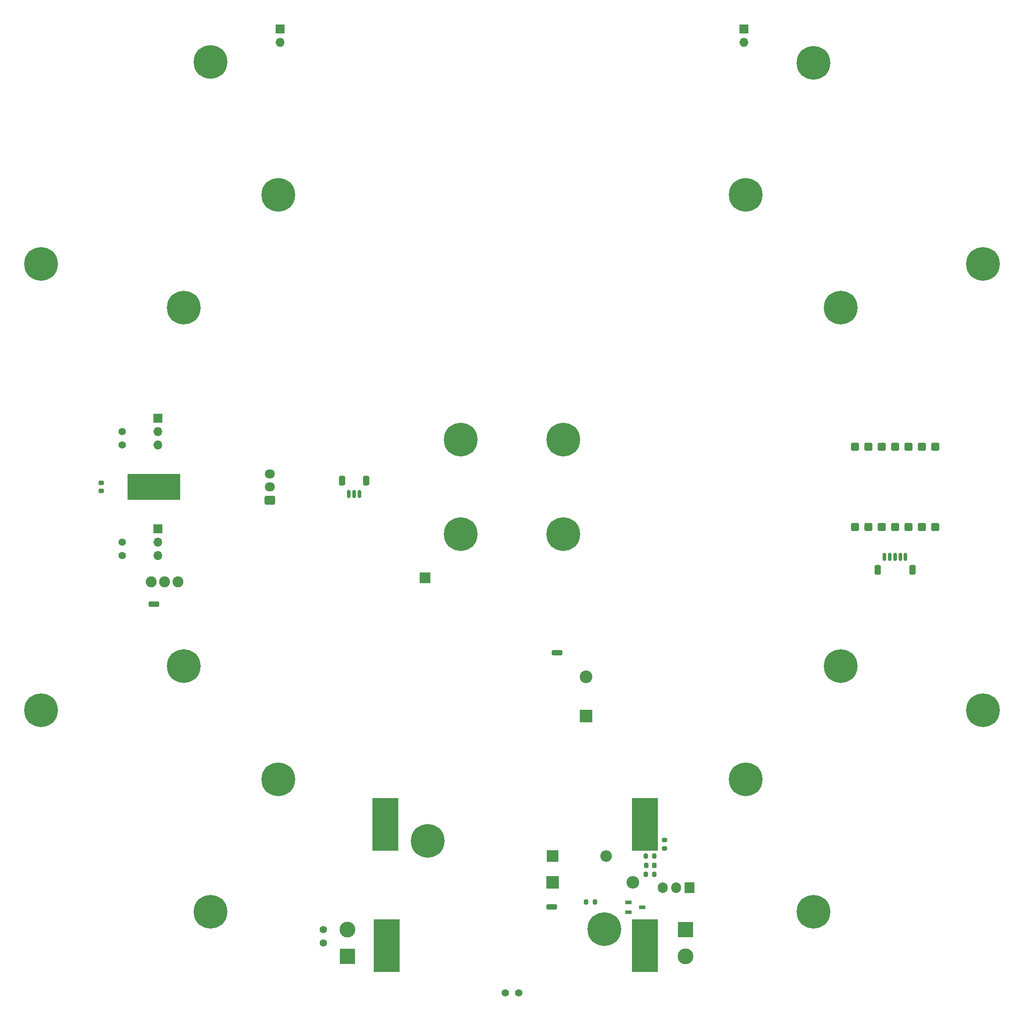
<source format=gts>
G04 #@! TF.GenerationSoftware,KiCad,Pcbnew,7.0.9*
G04 #@! TF.CreationDate,2024-02-22T22:24:09+08:00*
G04 #@! TF.ProjectId,layer1,6c617965-7231-42e6-9b69-6361645f7063,1.1*
G04 #@! TF.SameCoordinates,Original*
G04 #@! TF.FileFunction,Soldermask,Top*
G04 #@! TF.FilePolarity,Negative*
%FSLAX46Y46*%
G04 Gerber Fmt 4.6, Leading zero omitted, Abs format (unit mm)*
G04 Created by KiCad (PCBNEW 7.0.9) date 2024-02-22 22:24:09*
%MOMM*%
%LPD*%
G01*
G04 APERTURE LIST*
G04 Aperture macros list*
%AMRoundRect*
0 Rectangle with rounded corners*
0 $1 Rounding radius*
0 $2 $3 $4 $5 $6 $7 $8 $9 X,Y pos of 4 corners*
0 Add a 4 corners polygon primitive as box body*
4,1,4,$2,$3,$4,$5,$6,$7,$8,$9,$2,$3,0*
0 Add four circle primitives for the rounded corners*
1,1,$1+$1,$2,$3*
1,1,$1+$1,$4,$5*
1,1,$1+$1,$6,$7*
1,1,$1+$1,$8,$9*
0 Add four rect primitives between the rounded corners*
20,1,$1+$1,$2,$3,$4,$5,0*
20,1,$1+$1,$4,$5,$6,$7,0*
20,1,$1+$1,$6,$7,$8,$9,0*
20,1,$1+$1,$8,$9,$2,$3,0*%
G04 Aperture macros list end*
%ADD10R,5.000000X10.000000*%
%ADD11R,1.220000X0.650000*%
%ADD12C,6.400000*%
%ADD13RoundRect,0.250000X0.750000X-0.250000X0.750000X0.250000X-0.750000X0.250000X-0.750000X-0.250000X0*%
%ADD14R,1.700000X1.700000*%
%ADD15O,1.700000X1.700000*%
%ADD16R,10.000000X5.000000*%
%ADD17R,1.905000X2.000000*%
%ADD18O,1.905000X2.000000*%
%ADD19RoundRect,0.225000X0.250000X-0.225000X0.250000X0.225000X-0.250000X0.225000X-0.250000X-0.225000X0*%
%ADD20R,3.000000X3.000000*%
%ADD21C,3.000000*%
%ADD22RoundRect,0.225000X0.225000X0.250000X-0.225000X0.250000X-0.225000X-0.250000X0.225000X-0.250000X0*%
%ADD23R,2.200000X2.200000*%
%ADD24O,2.200000X2.200000*%
%ADD25RoundRect,0.150000X0.600000X-0.600000X0.600000X0.600000X-0.600000X0.600000X-0.600000X-0.600000X0*%
%ADD26RoundRect,0.150000X-0.600000X0.600000X-0.600000X-0.600000X0.600000X-0.600000X0.600000X0.600000X0*%
%ADD27RoundRect,0.150000X-0.150000X-0.625000X0.150000X-0.625000X0.150000X0.625000X-0.150000X0.625000X0*%
%ADD28RoundRect,0.250000X-0.350000X-0.650000X0.350000X-0.650000X0.350000X0.650000X-0.350000X0.650000X0*%
%ADD29RoundRect,0.150000X0.150000X0.625000X-0.150000X0.625000X-0.150000X-0.625000X0.150000X-0.625000X0*%
%ADD30RoundRect,0.250000X0.350000X0.650000X-0.350000X0.650000X-0.350000X-0.650000X0.350000X-0.650000X0*%
%ADD31R,2.400000X2.400000*%
%ADD32C,2.400000*%
%ADD33RoundRect,0.250000X0.725000X-0.600000X0.725000X0.600000X-0.725000X0.600000X-0.725000X-0.600000X0*%
%ADD34O,1.950000X1.700000*%
%ADD35RoundRect,0.250001X-0.799999X-0.799999X0.799999X-0.799999X0.799999X0.799999X-0.799999X0.799999X0*%
%ADD36O,2.400000X2.400000*%
%ADD37RoundRect,0.200000X0.275000X-0.200000X0.275000X0.200000X-0.275000X0.200000X-0.275000X-0.200000X0*%
%ADD38RoundRect,0.200000X0.200000X0.275000X-0.200000X0.275000X-0.200000X-0.275000X0.200000X-0.275000X0*%
%ADD39C,2.082800*%
%ADD40C,1.400000*%
G04 APERTURE END LIST*
D10*
X150210000Y-212100000D03*
D11*
X147090000Y-203900000D03*
X147090000Y-205800000D03*
X149710000Y-204850000D03*
D12*
X182241000Y-44500000D03*
X187356000Y-159047000D03*
X35619500Y-82636000D03*
D13*
X132510000Y-204700000D03*
D14*
X57800000Y-111975000D03*
D15*
X57800000Y-114515000D03*
X57800000Y-117055000D03*
D10*
X150210000Y-189100000D03*
D16*
X57000000Y-125000000D03*
D12*
X134750000Y-134000000D03*
X169358000Y-180496000D03*
D17*
X158710000Y-201100000D03*
D18*
X156170000Y-201100000D03*
X153630000Y-201100000D03*
D12*
X80642500Y-69503900D03*
D19*
X47000000Y-125775000D03*
X47000000Y-124225000D03*
D12*
X67758900Y-205666000D03*
D20*
X157960000Y-209100000D03*
D21*
X157960000Y-214100000D03*
D13*
X133500000Y-156500000D03*
D12*
X62644400Y-159047000D03*
X108946000Y-192218000D03*
X115250000Y-116000000D03*
D22*
X151985000Y-196850000D03*
X150435000Y-196850000D03*
D12*
X169358000Y-69503900D03*
X214381000Y-82636000D03*
X115250000Y-134000000D03*
D23*
X132710000Y-195100000D03*
D24*
X142870000Y-195100000D03*
D12*
X182241000Y-205666000D03*
D14*
X57800000Y-132975000D03*
D15*
X57800000Y-135515000D03*
X57800000Y-138055000D03*
D25*
X205370000Y-117380000D03*
X202830000Y-117380000D03*
X200290000Y-117380000D03*
X197750000Y-117380000D03*
X195210000Y-117380000D03*
X192670000Y-117380000D03*
X190130000Y-117380000D03*
D26*
X190130000Y-132620000D03*
X192670000Y-132620000D03*
X195210000Y-132620000D03*
X197750000Y-132620000D03*
X200290000Y-132620000D03*
X202830000Y-132620000D03*
X205370000Y-132620000D03*
D27*
X94000000Y-126325000D03*
X95000000Y-126325000D03*
X96000000Y-126325000D03*
D28*
X92700000Y-123800000D03*
X97300000Y-123800000D03*
D12*
X80642500Y-180496000D03*
D29*
X199700000Y-138250000D03*
X198700000Y-138250000D03*
X197700000Y-138250000D03*
X196700000Y-138250000D03*
X195700000Y-138250000D03*
D30*
X201000000Y-140775000D03*
X194400000Y-140775000D03*
D12*
X62644400Y-90953200D03*
D31*
X139000000Y-168512754D03*
D32*
X139000000Y-161012754D03*
D13*
X57000000Y-147250000D03*
D10*
X100960000Y-189100000D03*
X101210000Y-212100000D03*
D12*
X67758900Y-44333800D03*
D33*
X79000000Y-127500000D03*
D34*
X79000000Y-125000000D03*
X79000000Y-122500000D03*
D12*
X214381000Y-167364000D03*
D35*
X108500000Y-142250000D03*
D31*
X132710000Y-200100000D03*
D36*
X147950000Y-200100000D03*
D37*
X153960000Y-193675000D03*
X153960000Y-192025000D03*
D38*
X140710000Y-203850000D03*
X139060000Y-203850000D03*
D12*
X142474000Y-208982000D03*
X187356000Y-90953200D03*
D14*
X81000000Y-38000000D03*
D15*
X81000000Y-40540000D03*
D38*
X152035000Y-198600000D03*
X150385000Y-198600000D03*
D12*
X35619500Y-167364000D03*
D20*
X93710000Y-214100000D03*
D21*
X93710000Y-209100000D03*
D38*
X152035000Y-195100000D03*
X150385000Y-195100000D03*
D39*
X61572200Y-143000000D03*
X59032200Y-143000000D03*
X56492200Y-143000000D03*
D14*
X169000000Y-38000000D03*
D15*
X169000000Y-40540000D03*
D12*
X134750000Y-116000000D03*
D40*
X89210000Y-209100000D03*
X89210000Y-211640000D03*
X51000000Y-117055000D03*
X51000000Y-114515000D03*
X126250000Y-221100000D03*
X123710000Y-221100000D03*
X51000000Y-138055000D03*
X51000000Y-135515000D03*
M02*

</source>
